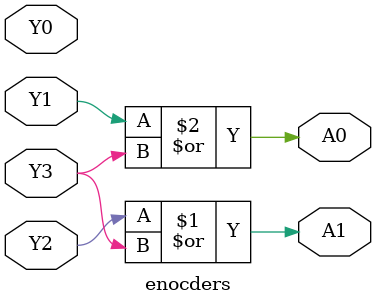
<source format=v>
module enocders(Y3,Y2,Y1,Y0,A1,A0);
    
    input Y3,Y2,Y1,Y0;
    output A1,A0;


    assign A1 = Y2 | Y3;
    assign A0 = Y1 | Y3;

    
endmodule

</source>
